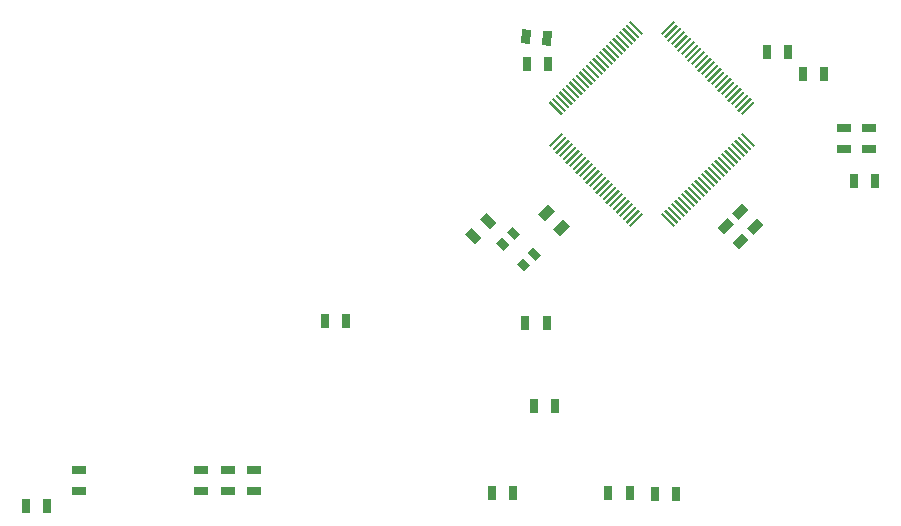
<source format=gtp>
G75*
G70*
%OFA0B0*%
%FSLAX24Y24*%
%IPPOS*%
%LPD*%
%AMOC8*
5,1,8,0,0,1.08239X$1,22.5*
%
%ADD10R,0.0472X0.0315*%
%ADD11R,0.0315X0.0472*%
%ADD12R,0.0276X0.0354*%
%ADD13R,0.0079X0.0591*%
D10*
X016091Y008736D03*
X016091Y009444D03*
X020165Y009461D03*
X021070Y009457D03*
X021936Y009453D03*
X021936Y008744D03*
X021070Y008748D03*
X020165Y008752D03*
X041609Y020139D03*
X042417Y020142D03*
X042417Y020851D03*
X041609Y020848D03*
D11*
X014336Y008240D03*
X015045Y008240D03*
X024291Y014411D03*
X025000Y014411D03*
G36*
X028978Y017308D02*
X029200Y017530D01*
X029532Y017198D01*
X029310Y016976D01*
X028978Y017308D01*
G37*
G36*
X029479Y017809D02*
X029701Y018031D01*
X030033Y017699D01*
X029811Y017477D01*
X029479Y017809D01*
G37*
G36*
X031620Y017758D02*
X031398Y017980D01*
X031730Y018312D01*
X031952Y018090D01*
X031620Y017758D01*
G37*
G36*
X032121Y017257D02*
X031899Y017479D01*
X032231Y017811D01*
X032453Y017589D01*
X032121Y017257D01*
G37*
X031681Y014368D03*
X030972Y014368D03*
X031251Y011600D03*
X031960Y011600D03*
X030557Y008688D03*
X029849Y008688D03*
X033743Y008699D03*
X034451Y008699D03*
X035283Y008658D03*
X035991Y008658D03*
G36*
X038195Y017357D02*
X038417Y017135D01*
X038085Y016803D01*
X037863Y017025D01*
X038195Y017357D01*
G37*
G36*
X038572Y017285D02*
X038350Y017507D01*
X038682Y017839D01*
X038904Y017617D01*
X038572Y017285D01*
G37*
G36*
X037694Y017858D02*
X037916Y017636D01*
X037584Y017304D01*
X037362Y017526D01*
X037694Y017858D01*
G37*
G36*
X038071Y017787D02*
X037849Y018009D01*
X038181Y018341D01*
X038403Y018119D01*
X038071Y017787D01*
G37*
X041922Y019075D03*
X042631Y019075D03*
X040935Y022669D03*
X040227Y022669D03*
X039745Y023390D03*
X039036Y023390D03*
X031745Y022990D03*
X031036Y022990D03*
G36*
X031127Y023662D02*
X030816Y023689D01*
X030857Y024158D01*
X031168Y024131D01*
X031127Y023662D01*
G37*
G36*
X031833Y023601D02*
X031522Y023628D01*
X031563Y024097D01*
X031874Y024070D01*
X031833Y023601D01*
G37*
D12*
G36*
X030360Y017372D02*
X030555Y017567D01*
X030804Y017318D01*
X030609Y017123D01*
X030360Y017372D01*
G37*
G36*
X029998Y017011D02*
X030193Y017206D01*
X030442Y016957D01*
X030247Y016762D01*
X029998Y017011D01*
G37*
G36*
X030690Y016319D02*
X030885Y016514D01*
X031134Y016265D01*
X030939Y016070D01*
X030690Y016319D01*
G37*
G36*
X031051Y016681D02*
X031246Y016876D01*
X031495Y016627D01*
X031300Y016432D01*
X031051Y016681D01*
G37*
D13*
G36*
X033701Y018332D02*
X033646Y018387D01*
X034063Y018804D01*
X034118Y018749D01*
X033701Y018332D01*
G37*
G36*
X033812Y018221D02*
X033757Y018276D01*
X034174Y018693D01*
X034229Y018638D01*
X033812Y018221D01*
G37*
G36*
X033924Y018109D02*
X033869Y018164D01*
X034286Y018581D01*
X034341Y018526D01*
X033924Y018109D01*
G37*
G36*
X034035Y017998D02*
X033980Y018053D01*
X034397Y018470D01*
X034452Y018415D01*
X034035Y017998D01*
G37*
G36*
X034147Y017887D02*
X034092Y017942D01*
X034509Y018359D01*
X034564Y018304D01*
X034147Y017887D01*
G37*
G36*
X034258Y017775D02*
X034203Y017830D01*
X034620Y018247D01*
X034675Y018192D01*
X034258Y017775D01*
G37*
G36*
X034369Y017664D02*
X034314Y017719D01*
X034731Y018136D01*
X034786Y018081D01*
X034369Y017664D01*
G37*
G36*
X034481Y017553D02*
X034426Y017608D01*
X034843Y018025D01*
X034898Y017970D01*
X034481Y017553D01*
G37*
G36*
X035483Y017970D02*
X035538Y018025D01*
X035955Y017608D01*
X035900Y017553D01*
X035483Y017970D01*
G37*
G36*
X035595Y018081D02*
X035650Y018136D01*
X036067Y017719D01*
X036012Y017664D01*
X035595Y018081D01*
G37*
G36*
X035706Y018192D02*
X035761Y018247D01*
X036178Y017830D01*
X036123Y017775D01*
X035706Y018192D01*
G37*
G36*
X035818Y018304D02*
X035873Y018359D01*
X036290Y017942D01*
X036235Y017887D01*
X035818Y018304D01*
G37*
G36*
X035929Y018415D02*
X035984Y018470D01*
X036401Y018053D01*
X036346Y017998D01*
X035929Y018415D01*
G37*
G36*
X036040Y018526D02*
X036095Y018581D01*
X036512Y018164D01*
X036457Y018109D01*
X036040Y018526D01*
G37*
G36*
X036152Y018638D02*
X036207Y018693D01*
X036624Y018276D01*
X036569Y018221D01*
X036152Y018638D01*
G37*
G36*
X036263Y018749D02*
X036318Y018804D01*
X036735Y018387D01*
X036680Y018332D01*
X036263Y018749D01*
G37*
G36*
X036374Y018860D02*
X036429Y018915D01*
X036846Y018498D01*
X036791Y018443D01*
X036374Y018860D01*
G37*
G36*
X036486Y018972D02*
X036541Y019027D01*
X036958Y018610D01*
X036903Y018555D01*
X036486Y018972D01*
G37*
G36*
X036597Y019083D02*
X036652Y019138D01*
X037069Y018721D01*
X037014Y018666D01*
X036597Y019083D01*
G37*
G36*
X036708Y019195D02*
X036763Y019250D01*
X037180Y018833D01*
X037125Y018778D01*
X036708Y019195D01*
G37*
G36*
X036820Y019306D02*
X036875Y019361D01*
X037292Y018944D01*
X037237Y018889D01*
X036820Y019306D01*
G37*
G36*
X036931Y019417D02*
X036986Y019472D01*
X037403Y019055D01*
X037348Y019000D01*
X036931Y019417D01*
G37*
G36*
X037042Y019529D02*
X037097Y019584D01*
X037514Y019167D01*
X037459Y019112D01*
X037042Y019529D01*
G37*
G36*
X037154Y019640D02*
X037209Y019695D01*
X037626Y019278D01*
X037571Y019223D01*
X037154Y019640D01*
G37*
G36*
X037265Y019751D02*
X037320Y019806D01*
X037737Y019389D01*
X037682Y019334D01*
X037265Y019751D01*
G37*
G36*
X037377Y019863D02*
X037432Y019918D01*
X037849Y019501D01*
X037794Y019446D01*
X037377Y019863D01*
G37*
G36*
X037488Y019974D02*
X037543Y020029D01*
X037960Y019612D01*
X037905Y019557D01*
X037488Y019974D01*
G37*
G36*
X037599Y020085D02*
X037654Y020140D01*
X038071Y019723D01*
X038016Y019668D01*
X037599Y020085D01*
G37*
G36*
X037711Y020197D02*
X037766Y020252D01*
X038183Y019835D01*
X038128Y019780D01*
X037711Y020197D01*
G37*
G36*
X037822Y020308D02*
X037877Y020363D01*
X038294Y019946D01*
X038239Y019891D01*
X037822Y020308D01*
G37*
G36*
X037933Y020419D02*
X037988Y020474D01*
X038405Y020057D01*
X038350Y020002D01*
X037933Y020419D01*
G37*
G36*
X038045Y020531D02*
X038100Y020586D01*
X038517Y020169D01*
X038462Y020114D01*
X038045Y020531D01*
G37*
G36*
X038156Y020642D02*
X038211Y020697D01*
X038628Y020280D01*
X038573Y020225D01*
X038156Y020642D01*
G37*
G36*
X038211Y021283D02*
X038156Y021338D01*
X038573Y021755D01*
X038628Y021700D01*
X038211Y021283D01*
G37*
G36*
X038100Y021394D02*
X038045Y021449D01*
X038462Y021866D01*
X038517Y021811D01*
X038100Y021394D01*
G37*
G36*
X037988Y021506D02*
X037933Y021561D01*
X038350Y021978D01*
X038405Y021923D01*
X037988Y021506D01*
G37*
G36*
X037877Y021617D02*
X037822Y021672D01*
X038239Y022089D01*
X038294Y022034D01*
X037877Y021617D01*
G37*
G36*
X037766Y021728D02*
X037711Y021783D01*
X038128Y022200D01*
X038183Y022145D01*
X037766Y021728D01*
G37*
G36*
X037654Y021840D02*
X037599Y021895D01*
X038016Y022312D01*
X038071Y022257D01*
X037654Y021840D01*
G37*
G36*
X037543Y021951D02*
X037488Y022006D01*
X037905Y022423D01*
X037960Y022368D01*
X037543Y021951D01*
G37*
G36*
X037432Y022063D02*
X037377Y022118D01*
X037794Y022535D01*
X037849Y022480D01*
X037432Y022063D01*
G37*
G36*
X037320Y022174D02*
X037265Y022229D01*
X037682Y022646D01*
X037737Y022591D01*
X037320Y022174D01*
G37*
G36*
X037209Y022285D02*
X037154Y022340D01*
X037571Y022757D01*
X037626Y022702D01*
X037209Y022285D01*
G37*
G36*
X037097Y022397D02*
X037042Y022452D01*
X037459Y022869D01*
X037514Y022814D01*
X037097Y022397D01*
G37*
G36*
X036986Y022508D02*
X036931Y022563D01*
X037348Y022980D01*
X037403Y022925D01*
X036986Y022508D01*
G37*
G36*
X036875Y022619D02*
X036820Y022674D01*
X037237Y023091D01*
X037292Y023036D01*
X036875Y022619D01*
G37*
G36*
X036763Y022731D02*
X036708Y022786D01*
X037125Y023203D01*
X037180Y023148D01*
X036763Y022731D01*
G37*
G36*
X036652Y022842D02*
X036597Y022897D01*
X037014Y023314D01*
X037069Y023259D01*
X036652Y022842D01*
G37*
G36*
X036541Y022953D02*
X036486Y023008D01*
X036903Y023425D01*
X036958Y023370D01*
X036541Y022953D01*
G37*
G36*
X036429Y023065D02*
X036374Y023120D01*
X036791Y023537D01*
X036846Y023482D01*
X036429Y023065D01*
G37*
G36*
X036318Y023176D02*
X036263Y023231D01*
X036680Y023648D01*
X036735Y023593D01*
X036318Y023176D01*
G37*
G36*
X036207Y023287D02*
X036152Y023342D01*
X036569Y023759D01*
X036624Y023704D01*
X036207Y023287D01*
G37*
G36*
X036095Y023399D02*
X036040Y023454D01*
X036457Y023871D01*
X036512Y023816D01*
X036095Y023399D01*
G37*
G36*
X035984Y023510D02*
X035929Y023565D01*
X036346Y023982D01*
X036401Y023927D01*
X035984Y023510D01*
G37*
G36*
X035873Y023621D02*
X035818Y023676D01*
X036235Y024093D01*
X036290Y024038D01*
X035873Y023621D01*
G37*
G36*
X035761Y023733D02*
X035706Y023788D01*
X036123Y024205D01*
X036178Y024150D01*
X035761Y023733D01*
G37*
G36*
X035650Y023844D02*
X035595Y023899D01*
X036012Y024316D01*
X036067Y024261D01*
X035650Y023844D01*
G37*
G36*
X035538Y023956D02*
X035483Y024011D01*
X035900Y024428D01*
X035955Y024373D01*
X035538Y023956D01*
G37*
G36*
X034426Y024373D02*
X034481Y024428D01*
X034898Y024011D01*
X034843Y023956D01*
X034426Y024373D01*
G37*
G36*
X034314Y024261D02*
X034369Y024316D01*
X034786Y023899D01*
X034731Y023844D01*
X034314Y024261D01*
G37*
G36*
X034203Y024150D02*
X034258Y024205D01*
X034675Y023788D01*
X034620Y023733D01*
X034203Y024150D01*
G37*
G36*
X034092Y024038D02*
X034147Y024093D01*
X034564Y023676D01*
X034509Y023621D01*
X034092Y024038D01*
G37*
G36*
X033980Y023927D02*
X034035Y023982D01*
X034452Y023565D01*
X034397Y023510D01*
X033980Y023927D01*
G37*
G36*
X033869Y023816D02*
X033924Y023871D01*
X034341Y023454D01*
X034286Y023399D01*
X033869Y023816D01*
G37*
G36*
X033757Y023704D02*
X033812Y023759D01*
X034229Y023342D01*
X034174Y023287D01*
X033757Y023704D01*
G37*
G36*
X033646Y023593D02*
X033701Y023648D01*
X034118Y023231D01*
X034063Y023176D01*
X033646Y023593D01*
G37*
G36*
X033535Y023482D02*
X033590Y023537D01*
X034007Y023120D01*
X033952Y023065D01*
X033535Y023482D01*
G37*
G36*
X033423Y023370D02*
X033478Y023425D01*
X033895Y023008D01*
X033840Y022953D01*
X033423Y023370D01*
G37*
G36*
X033312Y023259D02*
X033367Y023314D01*
X033784Y022897D01*
X033729Y022842D01*
X033312Y023259D01*
G37*
G36*
X033201Y023148D02*
X033256Y023203D01*
X033673Y022786D01*
X033618Y022731D01*
X033201Y023148D01*
G37*
G36*
X033089Y023036D02*
X033144Y023091D01*
X033561Y022674D01*
X033506Y022619D01*
X033089Y023036D01*
G37*
G36*
X032978Y022925D02*
X033033Y022980D01*
X033450Y022563D01*
X033395Y022508D01*
X032978Y022925D01*
G37*
G36*
X032867Y022814D02*
X032922Y022869D01*
X033339Y022452D01*
X033284Y022397D01*
X032867Y022814D01*
G37*
G36*
X032755Y022702D02*
X032810Y022757D01*
X033227Y022340D01*
X033172Y022285D01*
X032755Y022702D01*
G37*
G36*
X032644Y022591D02*
X032699Y022646D01*
X033116Y022229D01*
X033061Y022174D01*
X032644Y022591D01*
G37*
G36*
X032533Y022480D02*
X032588Y022535D01*
X033005Y022118D01*
X032950Y022063D01*
X032533Y022480D01*
G37*
G36*
X032421Y022368D02*
X032476Y022423D01*
X032893Y022006D01*
X032838Y021951D01*
X032421Y022368D01*
G37*
G36*
X032310Y022257D02*
X032365Y022312D01*
X032782Y021895D01*
X032727Y021840D01*
X032310Y022257D01*
G37*
G36*
X032198Y022145D02*
X032253Y022200D01*
X032670Y021783D01*
X032615Y021728D01*
X032198Y022145D01*
G37*
G36*
X032087Y022034D02*
X032142Y022089D01*
X032559Y021672D01*
X032504Y021617D01*
X032087Y022034D01*
G37*
G36*
X031976Y021923D02*
X032031Y021978D01*
X032448Y021561D01*
X032393Y021506D01*
X031976Y021923D01*
G37*
G36*
X031864Y021811D02*
X031919Y021866D01*
X032336Y021449D01*
X032281Y021394D01*
X031864Y021811D01*
G37*
G36*
X031753Y021700D02*
X031808Y021755D01*
X032225Y021338D01*
X032170Y021283D01*
X031753Y021700D01*
G37*
G36*
X031808Y020225D02*
X031753Y020280D01*
X032170Y020697D01*
X032225Y020642D01*
X031808Y020225D01*
G37*
G36*
X031919Y020114D02*
X031864Y020169D01*
X032281Y020586D01*
X032336Y020531D01*
X031919Y020114D01*
G37*
G36*
X032031Y020002D02*
X031976Y020057D01*
X032393Y020474D01*
X032448Y020419D01*
X032031Y020002D01*
G37*
G36*
X032142Y019891D02*
X032087Y019946D01*
X032504Y020363D01*
X032559Y020308D01*
X032142Y019891D01*
G37*
G36*
X032253Y019780D02*
X032198Y019835D01*
X032615Y020252D01*
X032670Y020197D01*
X032253Y019780D01*
G37*
G36*
X032365Y019668D02*
X032310Y019723D01*
X032727Y020140D01*
X032782Y020085D01*
X032365Y019668D01*
G37*
G36*
X032476Y019557D02*
X032421Y019612D01*
X032838Y020029D01*
X032893Y019974D01*
X032476Y019557D01*
G37*
G36*
X032588Y019446D02*
X032533Y019501D01*
X032950Y019918D01*
X033005Y019863D01*
X032588Y019446D01*
G37*
G36*
X032699Y019334D02*
X032644Y019389D01*
X033061Y019806D01*
X033116Y019751D01*
X032699Y019334D01*
G37*
G36*
X032810Y019223D02*
X032755Y019278D01*
X033172Y019695D01*
X033227Y019640D01*
X032810Y019223D01*
G37*
G36*
X032922Y019112D02*
X032867Y019167D01*
X033284Y019584D01*
X033339Y019529D01*
X032922Y019112D01*
G37*
G36*
X033033Y019000D02*
X032978Y019055D01*
X033395Y019472D01*
X033450Y019417D01*
X033033Y019000D01*
G37*
G36*
X033144Y018889D02*
X033089Y018944D01*
X033506Y019361D01*
X033561Y019306D01*
X033144Y018889D01*
G37*
G36*
X033256Y018778D02*
X033201Y018833D01*
X033618Y019250D01*
X033673Y019195D01*
X033256Y018778D01*
G37*
G36*
X033367Y018666D02*
X033312Y018721D01*
X033729Y019138D01*
X033784Y019083D01*
X033367Y018666D01*
G37*
G36*
X033478Y018555D02*
X033423Y018610D01*
X033840Y019027D01*
X033895Y018972D01*
X033478Y018555D01*
G37*
G36*
X033590Y018443D02*
X033535Y018498D01*
X033952Y018915D01*
X034007Y018860D01*
X033590Y018443D01*
G37*
M02*

</source>
